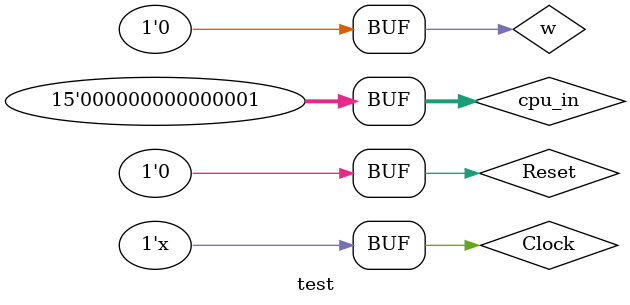
<source format=v>
`timescale 1ns / 1ps


`timescale 1ns / 1ps
//////////////////////////////////////////////////////////////////////////////////
// Company: 
// Engineer: 
// 
// Create Date: 2018/12/23 23:23:15
// Design Name: 
// Module Name: test
// Project Name: 
// Target Devices: 
// Tool Versions: 
// Description: 
// 
// Dependencies: 
// 
// Revision:
// Revision 0.01 - File Created
// Additional Comments:
// 
//////////////////////////////////////////////////////////////////////////////////


module test();
reg w, Clock, Reset;
reg [14:0] cpu_in;
wire [10:0] display_out;
initial
    begin
    Clock = 1'b0;
    Reset = 1'b1;
    w = 1'b0;
    cpu_in=15'b00000000_00_00_00_1;
    #10 Reset = 1'b0;
    cpu_in=15'b00000001_00_00_00_1;
    w = 1'b1;
    #30000000
    w = 1'b0;
    #50000000
    cpu_in=15'b00000001_00_01_00_1;
    w = 1'b1;
    #30000000
    w = 1'b0;
    #50000000
    cpu_in=15'b00000000_00_01_10_1;
    w = 1'b1;
    #30000000
    w = 1'b0;
    #50000000
    cpu_in=15'b00000000_00_00_00_1;
    end
    always #10 Clock=~Clock;
main m1(cpu_in,w,Clock,Reset,display_out);
endmodule

</source>
